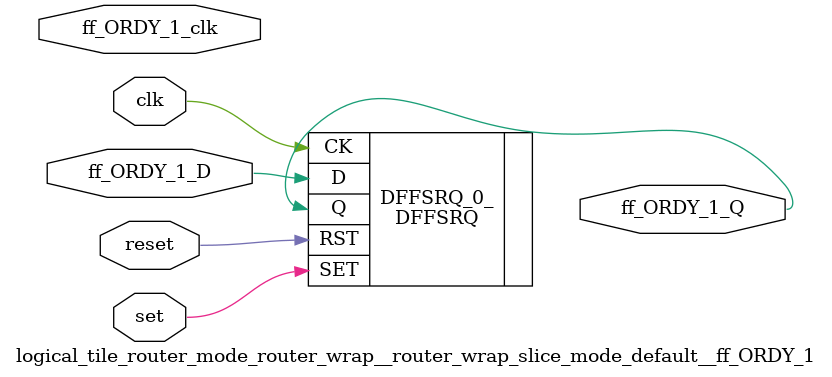
<source format=v>
`default_nettype none

module logical_tile_router_mode_router_wrap__router_wrap_slice_mode_default__ff_ORDY_1(set,
                                                                                       reset,
                                                                                       clk,
                                                                                       ff_ORDY_1_D,
                                                                                       ff_ORDY_1_Q,
                                                                                       ff_ORDY_1_clk);
//----- GLOBAL PORTS -----
input [0:0] set;
//----- GLOBAL PORTS -----
input [0:0] reset;
//----- GLOBAL PORTS -----
input [0:0] clk;
//----- INPUT PORTS -----
input [0:0] ff_ORDY_1_D;
//----- OUTPUT PORTS -----
output [0:0] ff_ORDY_1_Q;
//----- CLOCK PORTS -----
input [0:0] ff_ORDY_1_clk;

//----- BEGIN wire-connection ports -----
wire [0:0] ff_ORDY_1_D;
wire [0:0] ff_ORDY_1_Q;
wire [0:0] ff_ORDY_1_clk;
//----- END wire-connection ports -----


//----- BEGIN Registered ports -----
//----- END Registered ports -----



// ----- BEGIN Local short connections -----
// ----- END Local short connections -----
// ----- BEGIN Local output short connections -----
// ----- END Local output short connections -----

	DFFSRQ DFFSRQ_0_ (
		.SET(set),
		.RST(reset),
		.CK(clk),
		.D(ff_ORDY_1_D),
		.Q(ff_ORDY_1_Q));

endmodule
// ----- END Verilog module for logical_tile_router_mode_router_wrap__router_wrap_slice_mode_default__ff_ORDY_1 -----

//----- Default net type -----
`default_nettype wire




</source>
